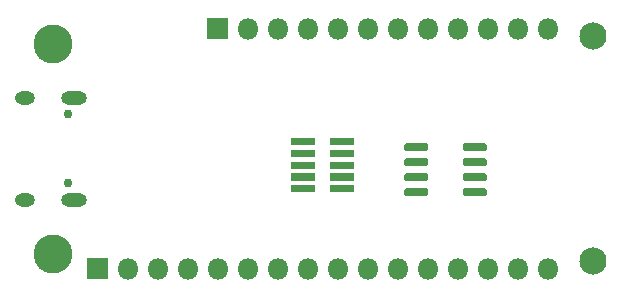
<source format=gbr>
G04 #@! TF.GenerationSoftware,KiCad,Pcbnew,(5.1.7-0-10_14)*
G04 #@! TF.CreationDate,2020-10-21T09:18:27+08:00*
G04 #@! TF.ProjectId,Feather_STM32WB55,46656174-6865-4725-9f53-544d33325742,rev?*
G04 #@! TF.SameCoordinates,Original*
G04 #@! TF.FileFunction,Soldermask,Bot*
G04 #@! TF.FilePolarity,Negative*
%FSLAX46Y46*%
G04 Gerber Fmt 4.6, Leading zero omitted, Abs format (unit mm)*
G04 Created by KiCad (PCBNEW (5.1.7-0-10_14)) date 2020-10-21 09:18:27*
%MOMM*%
%LPD*%
G01*
G04 APERTURE LIST*
%ADD10C,0.752000*%
%ADD11O,1.702000X1.102000*%
%ADD12O,2.202000X1.102000*%
%ADD13O,1.802000X1.802000*%
%ADD14C,3.302000*%
%ADD15C,2.302000*%
G04 APERTURE END LIST*
D10*
X130875000Y-89816000D03*
X130875000Y-95596000D03*
D11*
X127195000Y-97026000D03*
X127195000Y-88386000D03*
D12*
X131375000Y-97026000D03*
X131375000Y-88386000D03*
D13*
X171450000Y-82550000D03*
X168910000Y-82550000D03*
X166370000Y-82550000D03*
X163830000Y-82550000D03*
X161290000Y-82550000D03*
X158750000Y-82550000D03*
X156210000Y-82550000D03*
X153670000Y-82550000D03*
X151130000Y-82550000D03*
X148590000Y-82550000D03*
X146050000Y-82550000D03*
G36*
G01*
X144360000Y-83451000D02*
X142660000Y-83451000D01*
G75*
G02*
X142609000Y-83400000I0J51000D01*
G01*
X142609000Y-81700000D01*
G75*
G02*
X142660000Y-81649000I51000J0D01*
G01*
X144360000Y-81649000D01*
G75*
G02*
X144411000Y-81700000I0J-51000D01*
G01*
X144411000Y-83400000D01*
G75*
G02*
X144360000Y-83451000I-51000J0D01*
G01*
G37*
X171450000Y-102870000D03*
X168910000Y-102870000D03*
X166370000Y-102870000D03*
X163830000Y-102870000D03*
X161290000Y-102870000D03*
X158750000Y-102870000D03*
X156210000Y-102870000D03*
X153670000Y-102870000D03*
X151130000Y-102870000D03*
X148590000Y-102870000D03*
X146050000Y-102870000D03*
X143510000Y-102870000D03*
X140970000Y-102870000D03*
X138430000Y-102870000D03*
X135890000Y-102870000D03*
G36*
G01*
X134200000Y-103771000D02*
X132500000Y-103771000D01*
G75*
G02*
X132449000Y-103720000I0J51000D01*
G01*
X132449000Y-102020000D01*
G75*
G02*
X132500000Y-101969000I51000J0D01*
G01*
X134200000Y-101969000D01*
G75*
G02*
X134251000Y-102020000I0J-51000D01*
G01*
X134251000Y-103720000D01*
G75*
G02*
X134200000Y-103771000I-51000J0D01*
G01*
G37*
D14*
X129540000Y-83820000D03*
X129540000Y-101600000D03*
D15*
X175260000Y-102235000D03*
X175260000Y-83185000D03*
G36*
G01*
X149699000Y-96357000D02*
X149699000Y-95857000D01*
G75*
G02*
X149750000Y-95806000I51000J0D01*
G01*
X151750000Y-95806000D01*
G75*
G02*
X151801000Y-95857000I0J-51000D01*
G01*
X151801000Y-96357000D01*
G75*
G02*
X151750000Y-96408000I-51000J0D01*
G01*
X149750000Y-96408000D01*
G75*
G02*
X149699000Y-96357000I0J51000D01*
G01*
G37*
G36*
G01*
X152999000Y-96357000D02*
X152999000Y-95857000D01*
G75*
G02*
X153050000Y-95806000I51000J0D01*
G01*
X155050000Y-95806000D01*
G75*
G02*
X155101000Y-95857000I0J-51000D01*
G01*
X155101000Y-96357000D01*
G75*
G02*
X155050000Y-96408000I-51000J0D01*
G01*
X153050000Y-96408000D01*
G75*
G02*
X152999000Y-96357000I0J51000D01*
G01*
G37*
G36*
G01*
X149699000Y-95357000D02*
X149699000Y-94857000D01*
G75*
G02*
X149750000Y-94806000I51000J0D01*
G01*
X151750000Y-94806000D01*
G75*
G02*
X151801000Y-94857000I0J-51000D01*
G01*
X151801000Y-95357000D01*
G75*
G02*
X151750000Y-95408000I-51000J0D01*
G01*
X149750000Y-95408000D01*
G75*
G02*
X149699000Y-95357000I0J51000D01*
G01*
G37*
G36*
G01*
X152999000Y-95357000D02*
X152999000Y-94857000D01*
G75*
G02*
X153050000Y-94806000I51000J0D01*
G01*
X155050000Y-94806000D01*
G75*
G02*
X155101000Y-94857000I0J-51000D01*
G01*
X155101000Y-95357000D01*
G75*
G02*
X155050000Y-95408000I-51000J0D01*
G01*
X153050000Y-95408000D01*
G75*
G02*
X152999000Y-95357000I0J51000D01*
G01*
G37*
G36*
G01*
X149699000Y-94357000D02*
X149699000Y-93857000D01*
G75*
G02*
X149750000Y-93806000I51000J0D01*
G01*
X151750000Y-93806000D01*
G75*
G02*
X151801000Y-93857000I0J-51000D01*
G01*
X151801000Y-94357000D01*
G75*
G02*
X151750000Y-94408000I-51000J0D01*
G01*
X149750000Y-94408000D01*
G75*
G02*
X149699000Y-94357000I0J51000D01*
G01*
G37*
G36*
G01*
X152999000Y-94357000D02*
X152999000Y-93857000D01*
G75*
G02*
X153050000Y-93806000I51000J0D01*
G01*
X155050000Y-93806000D01*
G75*
G02*
X155101000Y-93857000I0J-51000D01*
G01*
X155101000Y-94357000D01*
G75*
G02*
X155050000Y-94408000I-51000J0D01*
G01*
X153050000Y-94408000D01*
G75*
G02*
X152999000Y-94357000I0J51000D01*
G01*
G37*
G36*
G01*
X149699000Y-93357000D02*
X149699000Y-92857000D01*
G75*
G02*
X149750000Y-92806000I51000J0D01*
G01*
X151750000Y-92806000D01*
G75*
G02*
X151801000Y-92857000I0J-51000D01*
G01*
X151801000Y-93357000D01*
G75*
G02*
X151750000Y-93408000I-51000J0D01*
G01*
X149750000Y-93408000D01*
G75*
G02*
X149699000Y-93357000I0J51000D01*
G01*
G37*
G36*
G01*
X152999000Y-93357000D02*
X152999000Y-92857000D01*
G75*
G02*
X153050000Y-92806000I51000J0D01*
G01*
X155050000Y-92806000D01*
G75*
G02*
X155101000Y-92857000I0J-51000D01*
G01*
X155101000Y-93357000D01*
G75*
G02*
X155050000Y-93408000I-51000J0D01*
G01*
X153050000Y-93408000D01*
G75*
G02*
X152999000Y-93357000I0J51000D01*
G01*
G37*
G36*
G01*
X149699000Y-92357000D02*
X149699000Y-91857000D01*
G75*
G02*
X149750000Y-91806000I51000J0D01*
G01*
X151750000Y-91806000D01*
G75*
G02*
X151801000Y-91857000I0J-51000D01*
G01*
X151801000Y-92357000D01*
G75*
G02*
X151750000Y-92408000I-51000J0D01*
G01*
X149750000Y-92408000D01*
G75*
G02*
X149699000Y-92357000I0J51000D01*
G01*
G37*
G36*
G01*
X152999000Y-92357000D02*
X152999000Y-91857000D01*
G75*
G02*
X153050000Y-91806000I51000J0D01*
G01*
X155050000Y-91806000D01*
G75*
G02*
X155101000Y-91857000I0J-51000D01*
G01*
X155101000Y-92357000D01*
G75*
G02*
X155050000Y-92408000I-51000J0D01*
G01*
X153050000Y-92408000D01*
G75*
G02*
X152999000Y-92357000I0J51000D01*
G01*
G37*
G36*
G01*
X159313000Y-96568500D02*
X159313000Y-96217500D01*
G75*
G02*
X159488500Y-96042000I175500J0D01*
G01*
X161189500Y-96042000D01*
G75*
G02*
X161365000Y-96217500I0J-175500D01*
G01*
X161365000Y-96568500D01*
G75*
G02*
X161189500Y-96744000I-175500J0D01*
G01*
X159488500Y-96744000D01*
G75*
G02*
X159313000Y-96568500I0J175500D01*
G01*
G37*
G36*
G01*
X159313000Y-95298500D02*
X159313000Y-94947500D01*
G75*
G02*
X159488500Y-94772000I175500J0D01*
G01*
X161189500Y-94772000D01*
G75*
G02*
X161365000Y-94947500I0J-175500D01*
G01*
X161365000Y-95298500D01*
G75*
G02*
X161189500Y-95474000I-175500J0D01*
G01*
X159488500Y-95474000D01*
G75*
G02*
X159313000Y-95298500I0J175500D01*
G01*
G37*
G36*
G01*
X159313000Y-94028500D02*
X159313000Y-93677500D01*
G75*
G02*
X159488500Y-93502000I175500J0D01*
G01*
X161189500Y-93502000D01*
G75*
G02*
X161365000Y-93677500I0J-175500D01*
G01*
X161365000Y-94028500D01*
G75*
G02*
X161189500Y-94204000I-175500J0D01*
G01*
X159488500Y-94204000D01*
G75*
G02*
X159313000Y-94028500I0J175500D01*
G01*
G37*
G36*
G01*
X159313000Y-92758500D02*
X159313000Y-92407500D01*
G75*
G02*
X159488500Y-92232000I175500J0D01*
G01*
X161189500Y-92232000D01*
G75*
G02*
X161365000Y-92407500I0J-175500D01*
G01*
X161365000Y-92758500D01*
G75*
G02*
X161189500Y-92934000I-175500J0D01*
G01*
X159488500Y-92934000D01*
G75*
G02*
X159313000Y-92758500I0J175500D01*
G01*
G37*
G36*
G01*
X164263000Y-92758500D02*
X164263000Y-92407500D01*
G75*
G02*
X164438500Y-92232000I175500J0D01*
G01*
X166139500Y-92232000D01*
G75*
G02*
X166315000Y-92407500I0J-175500D01*
G01*
X166315000Y-92758500D01*
G75*
G02*
X166139500Y-92934000I-175500J0D01*
G01*
X164438500Y-92934000D01*
G75*
G02*
X164263000Y-92758500I0J175500D01*
G01*
G37*
G36*
G01*
X164263000Y-94028500D02*
X164263000Y-93677500D01*
G75*
G02*
X164438500Y-93502000I175500J0D01*
G01*
X166139500Y-93502000D01*
G75*
G02*
X166315000Y-93677500I0J-175500D01*
G01*
X166315000Y-94028500D01*
G75*
G02*
X166139500Y-94204000I-175500J0D01*
G01*
X164438500Y-94204000D01*
G75*
G02*
X164263000Y-94028500I0J175500D01*
G01*
G37*
G36*
G01*
X164263000Y-95298500D02*
X164263000Y-94947500D01*
G75*
G02*
X164438500Y-94772000I175500J0D01*
G01*
X166139500Y-94772000D01*
G75*
G02*
X166315000Y-94947500I0J-175500D01*
G01*
X166315000Y-95298500D01*
G75*
G02*
X166139500Y-95474000I-175500J0D01*
G01*
X164438500Y-95474000D01*
G75*
G02*
X164263000Y-95298500I0J175500D01*
G01*
G37*
G36*
G01*
X164263000Y-96568500D02*
X164263000Y-96217500D01*
G75*
G02*
X164438500Y-96042000I175500J0D01*
G01*
X166139500Y-96042000D01*
G75*
G02*
X166315000Y-96217500I0J-175500D01*
G01*
X166315000Y-96568500D01*
G75*
G02*
X166139500Y-96744000I-175500J0D01*
G01*
X164438500Y-96744000D01*
G75*
G02*
X164263000Y-96568500I0J175500D01*
G01*
G37*
M02*

</source>
